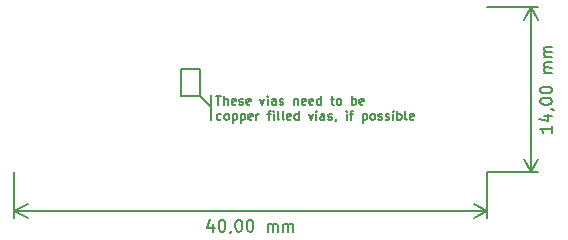
<source format=gbr>
%TF.GenerationSoftware,KiCad,Pcbnew,(5.1.10)-1*%
%TF.CreationDate,2021-10-05T14:24:33+02:00*%
%TF.ProjectId,Masterproef ultrasonic transducer,4d617374-6572-4707-926f-656620756c74,rev?*%
%TF.SameCoordinates,Original*%
%TF.FileFunction,OtherDrawing,Comment*%
%FSLAX46Y46*%
G04 Gerber Fmt 4.6, Leading zero omitted, Abs format (unit mm)*
G04 Created by KiCad (PCBNEW (5.1.10)-1) date 2021-10-05 14:24:33*
%MOMM*%
%LPD*%
G01*
G04 APERTURE LIST*
%ADD10C,0.150000*%
G04 APERTURE END LIST*
D10*
X114300000Y-90678000D02*
X114300000Y-91821000D01*
X114300000Y-90678000D02*
X114300000Y-89662000D01*
X113411000Y-89789000D02*
X114300000Y-90678000D01*
X114722928Y-89756785D02*
X115151500Y-89756785D01*
X114937214Y-90506785D02*
X114937214Y-89756785D01*
X115401500Y-90506785D02*
X115401500Y-89756785D01*
X115722928Y-90506785D02*
X115722928Y-90113928D01*
X115687214Y-90042500D01*
X115615785Y-90006785D01*
X115508642Y-90006785D01*
X115437214Y-90042500D01*
X115401500Y-90078214D01*
X116365785Y-90471071D02*
X116294357Y-90506785D01*
X116151500Y-90506785D01*
X116080071Y-90471071D01*
X116044357Y-90399642D01*
X116044357Y-90113928D01*
X116080071Y-90042500D01*
X116151500Y-90006785D01*
X116294357Y-90006785D01*
X116365785Y-90042500D01*
X116401500Y-90113928D01*
X116401500Y-90185357D01*
X116044357Y-90256785D01*
X116687214Y-90471071D02*
X116758642Y-90506785D01*
X116901500Y-90506785D01*
X116972928Y-90471071D01*
X117008642Y-90399642D01*
X117008642Y-90363928D01*
X116972928Y-90292500D01*
X116901500Y-90256785D01*
X116794357Y-90256785D01*
X116722928Y-90221071D01*
X116687214Y-90149642D01*
X116687214Y-90113928D01*
X116722928Y-90042500D01*
X116794357Y-90006785D01*
X116901500Y-90006785D01*
X116972928Y-90042500D01*
X117615785Y-90471071D02*
X117544357Y-90506785D01*
X117401500Y-90506785D01*
X117330071Y-90471071D01*
X117294357Y-90399642D01*
X117294357Y-90113928D01*
X117330071Y-90042500D01*
X117401500Y-90006785D01*
X117544357Y-90006785D01*
X117615785Y-90042500D01*
X117651500Y-90113928D01*
X117651500Y-90185357D01*
X117294357Y-90256785D01*
X118472928Y-90006785D02*
X118651500Y-90506785D01*
X118830071Y-90006785D01*
X119115785Y-90506785D02*
X119115785Y-90006785D01*
X119115785Y-89756785D02*
X119080071Y-89792500D01*
X119115785Y-89828214D01*
X119151500Y-89792500D01*
X119115785Y-89756785D01*
X119115785Y-89828214D01*
X119794357Y-90506785D02*
X119794357Y-90113928D01*
X119758642Y-90042500D01*
X119687214Y-90006785D01*
X119544357Y-90006785D01*
X119472928Y-90042500D01*
X119794357Y-90471071D02*
X119722928Y-90506785D01*
X119544357Y-90506785D01*
X119472928Y-90471071D01*
X119437214Y-90399642D01*
X119437214Y-90328214D01*
X119472928Y-90256785D01*
X119544357Y-90221071D01*
X119722928Y-90221071D01*
X119794357Y-90185357D01*
X120115785Y-90471071D02*
X120187214Y-90506785D01*
X120330071Y-90506785D01*
X120401500Y-90471071D01*
X120437214Y-90399642D01*
X120437214Y-90363928D01*
X120401500Y-90292500D01*
X120330071Y-90256785D01*
X120222928Y-90256785D01*
X120151500Y-90221071D01*
X120115785Y-90149642D01*
X120115785Y-90113928D01*
X120151500Y-90042500D01*
X120222928Y-90006785D01*
X120330071Y-90006785D01*
X120401500Y-90042500D01*
X121330071Y-90006785D02*
X121330071Y-90506785D01*
X121330071Y-90078214D02*
X121365785Y-90042500D01*
X121437214Y-90006785D01*
X121544357Y-90006785D01*
X121615785Y-90042500D01*
X121651500Y-90113928D01*
X121651500Y-90506785D01*
X122294357Y-90471071D02*
X122222928Y-90506785D01*
X122080071Y-90506785D01*
X122008642Y-90471071D01*
X121972928Y-90399642D01*
X121972928Y-90113928D01*
X122008642Y-90042500D01*
X122080071Y-90006785D01*
X122222928Y-90006785D01*
X122294357Y-90042500D01*
X122330071Y-90113928D01*
X122330071Y-90185357D01*
X121972928Y-90256785D01*
X122937214Y-90471071D02*
X122865785Y-90506785D01*
X122722928Y-90506785D01*
X122651500Y-90471071D01*
X122615785Y-90399642D01*
X122615785Y-90113928D01*
X122651500Y-90042500D01*
X122722928Y-90006785D01*
X122865785Y-90006785D01*
X122937214Y-90042500D01*
X122972928Y-90113928D01*
X122972928Y-90185357D01*
X122615785Y-90256785D01*
X123615785Y-90506785D02*
X123615785Y-89756785D01*
X123615785Y-90471071D02*
X123544357Y-90506785D01*
X123401500Y-90506785D01*
X123330071Y-90471071D01*
X123294357Y-90435357D01*
X123258642Y-90363928D01*
X123258642Y-90149642D01*
X123294357Y-90078214D01*
X123330071Y-90042500D01*
X123401500Y-90006785D01*
X123544357Y-90006785D01*
X123615785Y-90042500D01*
X124437214Y-90006785D02*
X124722928Y-90006785D01*
X124544357Y-89756785D02*
X124544357Y-90399642D01*
X124580071Y-90471071D01*
X124651500Y-90506785D01*
X124722928Y-90506785D01*
X125080071Y-90506785D02*
X125008642Y-90471071D01*
X124972928Y-90435357D01*
X124937214Y-90363928D01*
X124937214Y-90149642D01*
X124972928Y-90078214D01*
X125008642Y-90042500D01*
X125080071Y-90006785D01*
X125187214Y-90006785D01*
X125258642Y-90042500D01*
X125294357Y-90078214D01*
X125330071Y-90149642D01*
X125330071Y-90363928D01*
X125294357Y-90435357D01*
X125258642Y-90471071D01*
X125187214Y-90506785D01*
X125080071Y-90506785D01*
X126222928Y-90506785D02*
X126222928Y-89756785D01*
X126222928Y-90042500D02*
X126294357Y-90006785D01*
X126437214Y-90006785D01*
X126508642Y-90042500D01*
X126544357Y-90078214D01*
X126580071Y-90149642D01*
X126580071Y-90363928D01*
X126544357Y-90435357D01*
X126508642Y-90471071D01*
X126437214Y-90506785D01*
X126294357Y-90506785D01*
X126222928Y-90471071D01*
X127187214Y-90471071D02*
X127115785Y-90506785D01*
X126972928Y-90506785D01*
X126901500Y-90471071D01*
X126865785Y-90399642D01*
X126865785Y-90113928D01*
X126901500Y-90042500D01*
X126972928Y-90006785D01*
X127115785Y-90006785D01*
X127187214Y-90042500D01*
X127222928Y-90113928D01*
X127222928Y-90185357D01*
X126865785Y-90256785D01*
X115151500Y-91746071D02*
X115080071Y-91781785D01*
X114937214Y-91781785D01*
X114865785Y-91746071D01*
X114830071Y-91710357D01*
X114794357Y-91638928D01*
X114794357Y-91424642D01*
X114830071Y-91353214D01*
X114865785Y-91317500D01*
X114937214Y-91281785D01*
X115080071Y-91281785D01*
X115151500Y-91317500D01*
X115580071Y-91781785D02*
X115508642Y-91746071D01*
X115472928Y-91710357D01*
X115437214Y-91638928D01*
X115437214Y-91424642D01*
X115472928Y-91353214D01*
X115508642Y-91317500D01*
X115580071Y-91281785D01*
X115687214Y-91281785D01*
X115758642Y-91317500D01*
X115794357Y-91353214D01*
X115830071Y-91424642D01*
X115830071Y-91638928D01*
X115794357Y-91710357D01*
X115758642Y-91746071D01*
X115687214Y-91781785D01*
X115580071Y-91781785D01*
X116151500Y-91281785D02*
X116151500Y-92031785D01*
X116151500Y-91317500D02*
X116222928Y-91281785D01*
X116365785Y-91281785D01*
X116437214Y-91317500D01*
X116472928Y-91353214D01*
X116508642Y-91424642D01*
X116508642Y-91638928D01*
X116472928Y-91710357D01*
X116437214Y-91746071D01*
X116365785Y-91781785D01*
X116222928Y-91781785D01*
X116151500Y-91746071D01*
X116830071Y-91281785D02*
X116830071Y-92031785D01*
X116830071Y-91317500D02*
X116901500Y-91281785D01*
X117044357Y-91281785D01*
X117115785Y-91317500D01*
X117151500Y-91353214D01*
X117187214Y-91424642D01*
X117187214Y-91638928D01*
X117151500Y-91710357D01*
X117115785Y-91746071D01*
X117044357Y-91781785D01*
X116901500Y-91781785D01*
X116830071Y-91746071D01*
X117794357Y-91746071D02*
X117722928Y-91781785D01*
X117580071Y-91781785D01*
X117508642Y-91746071D01*
X117472928Y-91674642D01*
X117472928Y-91388928D01*
X117508642Y-91317500D01*
X117580071Y-91281785D01*
X117722928Y-91281785D01*
X117794357Y-91317500D01*
X117830071Y-91388928D01*
X117830071Y-91460357D01*
X117472928Y-91531785D01*
X118151500Y-91781785D02*
X118151500Y-91281785D01*
X118151500Y-91424642D02*
X118187214Y-91353214D01*
X118222928Y-91317500D01*
X118294357Y-91281785D01*
X118365785Y-91281785D01*
X119080071Y-91281785D02*
X119365785Y-91281785D01*
X119187214Y-91781785D02*
X119187214Y-91138928D01*
X119222928Y-91067500D01*
X119294357Y-91031785D01*
X119365785Y-91031785D01*
X119615785Y-91781785D02*
X119615785Y-91281785D01*
X119615785Y-91031785D02*
X119580071Y-91067500D01*
X119615785Y-91103214D01*
X119651500Y-91067500D01*
X119615785Y-91031785D01*
X119615785Y-91103214D01*
X120080071Y-91781785D02*
X120008642Y-91746071D01*
X119972928Y-91674642D01*
X119972928Y-91031785D01*
X120472928Y-91781785D02*
X120401500Y-91746071D01*
X120365785Y-91674642D01*
X120365785Y-91031785D01*
X121044357Y-91746071D02*
X120972928Y-91781785D01*
X120830071Y-91781785D01*
X120758642Y-91746071D01*
X120722928Y-91674642D01*
X120722928Y-91388928D01*
X120758642Y-91317500D01*
X120830071Y-91281785D01*
X120972928Y-91281785D01*
X121044357Y-91317500D01*
X121080071Y-91388928D01*
X121080071Y-91460357D01*
X120722928Y-91531785D01*
X121722928Y-91781785D02*
X121722928Y-91031785D01*
X121722928Y-91746071D02*
X121651500Y-91781785D01*
X121508642Y-91781785D01*
X121437214Y-91746071D01*
X121401500Y-91710357D01*
X121365785Y-91638928D01*
X121365785Y-91424642D01*
X121401500Y-91353214D01*
X121437214Y-91317500D01*
X121508642Y-91281785D01*
X121651500Y-91281785D01*
X121722928Y-91317500D01*
X122580071Y-91281785D02*
X122758642Y-91781785D01*
X122937214Y-91281785D01*
X123222928Y-91781785D02*
X123222928Y-91281785D01*
X123222928Y-91031785D02*
X123187214Y-91067500D01*
X123222928Y-91103214D01*
X123258642Y-91067500D01*
X123222928Y-91031785D01*
X123222928Y-91103214D01*
X123901500Y-91781785D02*
X123901500Y-91388928D01*
X123865785Y-91317500D01*
X123794357Y-91281785D01*
X123651500Y-91281785D01*
X123580071Y-91317500D01*
X123901500Y-91746071D02*
X123830071Y-91781785D01*
X123651500Y-91781785D01*
X123580071Y-91746071D01*
X123544357Y-91674642D01*
X123544357Y-91603214D01*
X123580071Y-91531785D01*
X123651500Y-91496071D01*
X123830071Y-91496071D01*
X123901500Y-91460357D01*
X124222928Y-91746071D02*
X124294357Y-91781785D01*
X124437214Y-91781785D01*
X124508642Y-91746071D01*
X124544357Y-91674642D01*
X124544357Y-91638928D01*
X124508642Y-91567500D01*
X124437214Y-91531785D01*
X124330071Y-91531785D01*
X124258642Y-91496071D01*
X124222928Y-91424642D01*
X124222928Y-91388928D01*
X124258642Y-91317500D01*
X124330071Y-91281785D01*
X124437214Y-91281785D01*
X124508642Y-91317500D01*
X124901500Y-91746071D02*
X124901500Y-91781785D01*
X124865785Y-91853214D01*
X124830071Y-91888928D01*
X125794357Y-91781785D02*
X125794357Y-91281785D01*
X125794357Y-91031785D02*
X125758642Y-91067500D01*
X125794357Y-91103214D01*
X125830071Y-91067500D01*
X125794357Y-91031785D01*
X125794357Y-91103214D01*
X126044357Y-91281785D02*
X126330071Y-91281785D01*
X126151500Y-91781785D02*
X126151500Y-91138928D01*
X126187214Y-91067500D01*
X126258642Y-91031785D01*
X126330071Y-91031785D01*
X127151500Y-91281785D02*
X127151500Y-92031785D01*
X127151500Y-91317500D02*
X127222928Y-91281785D01*
X127365785Y-91281785D01*
X127437214Y-91317500D01*
X127472928Y-91353214D01*
X127508642Y-91424642D01*
X127508642Y-91638928D01*
X127472928Y-91710357D01*
X127437214Y-91746071D01*
X127365785Y-91781785D01*
X127222928Y-91781785D01*
X127151500Y-91746071D01*
X127937214Y-91781785D02*
X127865785Y-91746071D01*
X127830071Y-91710357D01*
X127794357Y-91638928D01*
X127794357Y-91424642D01*
X127830071Y-91353214D01*
X127865785Y-91317500D01*
X127937214Y-91281785D01*
X128044357Y-91281785D01*
X128115785Y-91317500D01*
X128151500Y-91353214D01*
X128187214Y-91424642D01*
X128187214Y-91638928D01*
X128151500Y-91710357D01*
X128115785Y-91746071D01*
X128044357Y-91781785D01*
X127937214Y-91781785D01*
X128472928Y-91746071D02*
X128544357Y-91781785D01*
X128687214Y-91781785D01*
X128758642Y-91746071D01*
X128794357Y-91674642D01*
X128794357Y-91638928D01*
X128758642Y-91567500D01*
X128687214Y-91531785D01*
X128580071Y-91531785D01*
X128508642Y-91496071D01*
X128472928Y-91424642D01*
X128472928Y-91388928D01*
X128508642Y-91317500D01*
X128580071Y-91281785D01*
X128687214Y-91281785D01*
X128758642Y-91317500D01*
X129080071Y-91746071D02*
X129151500Y-91781785D01*
X129294357Y-91781785D01*
X129365785Y-91746071D01*
X129401500Y-91674642D01*
X129401500Y-91638928D01*
X129365785Y-91567500D01*
X129294357Y-91531785D01*
X129187214Y-91531785D01*
X129115785Y-91496071D01*
X129080071Y-91424642D01*
X129080071Y-91388928D01*
X129115785Y-91317500D01*
X129187214Y-91281785D01*
X129294357Y-91281785D01*
X129365785Y-91317500D01*
X129722928Y-91781785D02*
X129722928Y-91281785D01*
X129722928Y-91031785D02*
X129687214Y-91067500D01*
X129722928Y-91103214D01*
X129758642Y-91067500D01*
X129722928Y-91031785D01*
X129722928Y-91103214D01*
X130080071Y-91781785D02*
X130080071Y-91031785D01*
X130080071Y-91317500D02*
X130151500Y-91281785D01*
X130294357Y-91281785D01*
X130365785Y-91317500D01*
X130401500Y-91353214D01*
X130437214Y-91424642D01*
X130437214Y-91638928D01*
X130401500Y-91710357D01*
X130365785Y-91746071D01*
X130294357Y-91781785D01*
X130151500Y-91781785D01*
X130080071Y-91746071D01*
X130865785Y-91781785D02*
X130794357Y-91746071D01*
X130758642Y-91674642D01*
X130758642Y-91031785D01*
X131437214Y-91746071D02*
X131365785Y-91781785D01*
X131222928Y-91781785D01*
X131151500Y-91746071D01*
X131115785Y-91674642D01*
X131115785Y-91388928D01*
X131151500Y-91317500D01*
X131222928Y-91281785D01*
X131365785Y-91281785D01*
X131437214Y-91317500D01*
X131472928Y-91388928D01*
X131472928Y-91460357D01*
X131115785Y-91531785D01*
X111760000Y-89789000D02*
X111760000Y-87503000D01*
X113411000Y-89789000D02*
X111760000Y-89789000D01*
X113411000Y-87503000D02*
X113411000Y-89789000D01*
X111760000Y-87503000D02*
X113411000Y-87503000D01*
X143156688Y-92308086D02*
X143155690Y-92879514D01*
X143156189Y-92593800D02*
X142156190Y-92592055D01*
X142298881Y-92687542D01*
X142393953Y-92782946D01*
X142441406Y-92878267D01*
X142491518Y-91449781D02*
X143158184Y-91450945D01*
X142110151Y-91687211D02*
X142824020Y-91926553D01*
X142825100Y-91307506D01*
X143111562Y-90879434D02*
X143159181Y-90879517D01*
X143254336Y-90927302D01*
X143301872Y-90975004D01*
X142160263Y-90258725D02*
X142160429Y-90163487D01*
X142208214Y-90068332D01*
X142255916Y-90020797D01*
X142351237Y-89973344D01*
X142541796Y-89926057D01*
X142779891Y-89926473D01*
X142970284Y-89974424D01*
X143065439Y-90022209D01*
X143112975Y-90069911D01*
X143160428Y-90165233D01*
X143160261Y-90260471D01*
X143112476Y-90355625D01*
X143064774Y-90403161D01*
X142969453Y-90450614D01*
X142778894Y-90497900D01*
X142540799Y-90497485D01*
X142350406Y-90449534D01*
X142255251Y-90401748D01*
X142207716Y-90354046D01*
X142160263Y-90258725D01*
X142161925Y-89306346D02*
X142162091Y-89211108D01*
X142209876Y-89115953D01*
X142257579Y-89068417D01*
X142352900Y-89020964D01*
X142543459Y-88973678D01*
X142781554Y-88974093D01*
X142971946Y-89022045D01*
X143067101Y-89069830D01*
X143114637Y-89117532D01*
X143162090Y-89212853D01*
X143161924Y-89308091D01*
X143114138Y-89403246D01*
X143066436Y-89450782D01*
X142971115Y-89498234D01*
X142780556Y-89545521D01*
X142542461Y-89545105D01*
X142352069Y-89497154D01*
X142256914Y-89449369D01*
X142209378Y-89401667D01*
X142161925Y-89306346D01*
X143164583Y-87784284D02*
X142497917Y-87783120D01*
X142593155Y-87783286D02*
X142545620Y-87735584D01*
X142498167Y-87640263D01*
X142498416Y-87497406D01*
X142546201Y-87402252D01*
X142641522Y-87354799D01*
X143165331Y-87355713D01*
X142641522Y-87354799D02*
X142546368Y-87307014D01*
X142498915Y-87211693D01*
X142499164Y-87068836D01*
X142546949Y-86973681D01*
X142642270Y-86926228D01*
X143166079Y-86927142D01*
X143166910Y-86450952D02*
X142500245Y-86449789D01*
X142595482Y-86449955D02*
X142547947Y-86402253D01*
X142500494Y-86306932D01*
X142500743Y-86164075D01*
X142548528Y-86068920D01*
X142643849Y-86021468D01*
X143167658Y-86022382D01*
X142643849Y-86021468D02*
X142548695Y-85973682D01*
X142501242Y-85878361D01*
X142501491Y-85735504D01*
X142549276Y-85640349D01*
X142644597Y-85592897D01*
X143168406Y-85593811D01*
X141410980Y-82207778D02*
X141408440Y-96215878D01*
X137670540Y-82207100D02*
X141997401Y-82207885D01*
X137668000Y-96215200D02*
X141994861Y-96215985D01*
X141408440Y-96215878D02*
X140822224Y-95089268D01*
X141408440Y-96215878D02*
X141995065Y-95089481D01*
X141410980Y-82207778D02*
X140824355Y-83334175D01*
X141410980Y-82207778D02*
X141997196Y-83334388D01*
X114469161Y-100591310D02*
X114469161Y-101257976D01*
X114231066Y-100210357D02*
X113992971Y-100924643D01*
X114612018Y-100924643D01*
X115183447Y-100257976D02*
X115278685Y-100257976D01*
X115373923Y-100305596D01*
X115421542Y-100353215D01*
X115469161Y-100448453D01*
X115516780Y-100638929D01*
X115516780Y-100877024D01*
X115469161Y-101067500D01*
X115421542Y-101162738D01*
X115373923Y-101210357D01*
X115278685Y-101257976D01*
X115183447Y-101257976D01*
X115088209Y-101210357D01*
X115040590Y-101162738D01*
X114992971Y-101067500D01*
X114945352Y-100877024D01*
X114945352Y-100638929D01*
X114992971Y-100448453D01*
X115040590Y-100353215D01*
X115088209Y-100305596D01*
X115183447Y-100257976D01*
X115992971Y-101210357D02*
X115992971Y-101257976D01*
X115945352Y-101353215D01*
X115897733Y-101400834D01*
X116612018Y-100257976D02*
X116707257Y-100257976D01*
X116802495Y-100305596D01*
X116850114Y-100353215D01*
X116897733Y-100448453D01*
X116945352Y-100638929D01*
X116945352Y-100877024D01*
X116897733Y-101067500D01*
X116850114Y-101162738D01*
X116802495Y-101210357D01*
X116707257Y-101257976D01*
X116612018Y-101257976D01*
X116516780Y-101210357D01*
X116469161Y-101162738D01*
X116421542Y-101067500D01*
X116373923Y-100877024D01*
X116373923Y-100638929D01*
X116421542Y-100448453D01*
X116469161Y-100353215D01*
X116516780Y-100305596D01*
X116612018Y-100257976D01*
X117564399Y-100257976D02*
X117659638Y-100257976D01*
X117754876Y-100305596D01*
X117802495Y-100353215D01*
X117850114Y-100448453D01*
X117897733Y-100638929D01*
X117897733Y-100877024D01*
X117850114Y-101067500D01*
X117802495Y-101162738D01*
X117754876Y-101210357D01*
X117659638Y-101257976D01*
X117564399Y-101257976D01*
X117469161Y-101210357D01*
X117421542Y-101162738D01*
X117373923Y-101067500D01*
X117326304Y-100877024D01*
X117326304Y-100638929D01*
X117373923Y-100448453D01*
X117421542Y-100353215D01*
X117469161Y-100305596D01*
X117564399Y-100257976D01*
X119088209Y-101257976D02*
X119088209Y-100591310D01*
X119088209Y-100686548D02*
X119135828Y-100638929D01*
X119231066Y-100591310D01*
X119373923Y-100591310D01*
X119469161Y-100638929D01*
X119516780Y-100734167D01*
X119516780Y-101257976D01*
X119516780Y-100734167D02*
X119564399Y-100638929D01*
X119659638Y-100591310D01*
X119802495Y-100591310D01*
X119897733Y-100638929D01*
X119945352Y-100734167D01*
X119945352Y-101257976D01*
X120421542Y-101257976D02*
X120421542Y-100591310D01*
X120421542Y-100686548D02*
X120469161Y-100638929D01*
X120564399Y-100591310D01*
X120707257Y-100591310D01*
X120802495Y-100638929D01*
X120850114Y-100734167D01*
X120850114Y-101257976D01*
X120850114Y-100734167D02*
X120897733Y-100638929D01*
X120992971Y-100591310D01*
X121135828Y-100591310D01*
X121231066Y-100638929D01*
X121278685Y-100734167D01*
X121278685Y-101257976D01*
X137663789Y-99530997D02*
X97658789Y-99480197D01*
X137668000Y-96215200D02*
X137663045Y-100117418D01*
X97663000Y-96164400D02*
X97658045Y-100066618D01*
X97658789Y-99480197D02*
X98786037Y-98895207D01*
X97658789Y-99480197D02*
X98784547Y-100068048D01*
X137663789Y-99530997D02*
X136538031Y-98943146D01*
X137663789Y-99530997D02*
X136536541Y-100115987D01*
M02*

</source>
